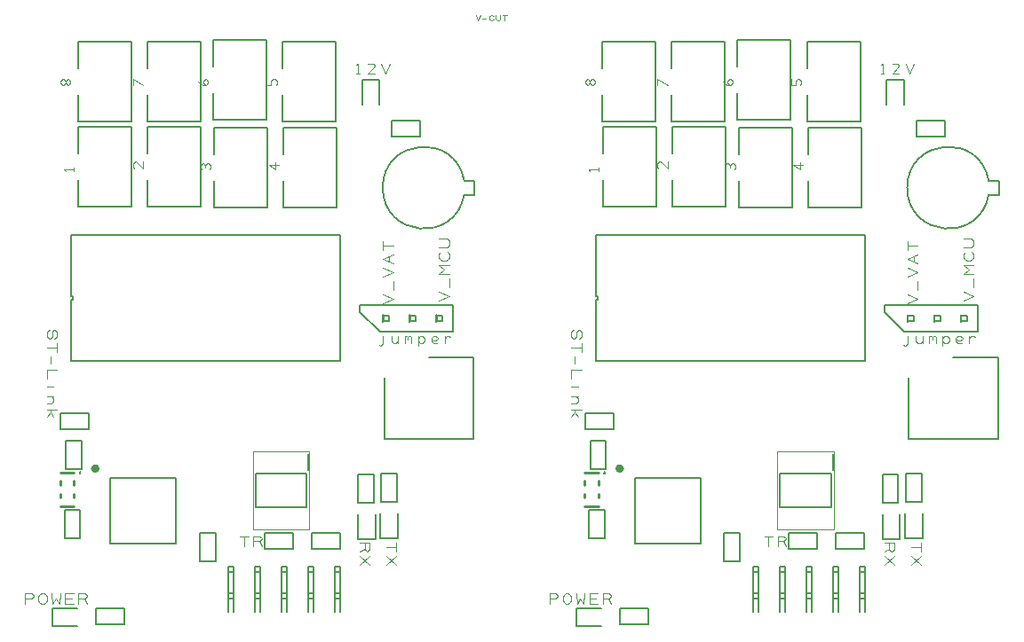
<source format=gto>
G04 EasyPC Gerber Version 21.0.3 Build 4286 *
G04 #@! TF.Part,Single*
G04 #@! TF.FileFunction,Legend,Top *
G04 #@! TF.FilePolarity,Positive *
%FSLAX45Y45*%
%MOIN*%
%ADD125C,0.00100*%
%ADD98C,0.00197*%
%ADD117C,0.00472*%
%ADD10C,0.00500*%
%ADD75C,0.00787*%
%ADD11C,0.01000*%
G04 #@! TA.AperFunction,ViaPad*
%ADD106C,0.01575*%
X0Y0D02*
D02*
D10*
X48630Y99775D02*
Y89114D01*
X54567*
Y99775*
X48630*
X50705Y177117D02*
X151705D01*
Y129817*
X50705*
Y152842*
X51330*
Y154092*
X50705*
Y177117*
X53134Y229851D02*
Y219851D01*
X73134*
Y249851*
X53134*
Y239851*
X53429Y197600D02*
Y187600D01*
X73429*
Y217600*
X53429*
Y207600*
X54085Y63126D02*
Y73788D01*
X48148*
Y63126*
X54085*
X57411Y109930D02*
X46750D01*
Y103993*
X57411*
Y109930*
X59811Y30669D02*
X70472D01*
Y36606*
X59811*
Y30669*
X79156Y229851D02*
Y219851D01*
X99156*
Y249851*
X79156*
Y239851*
X79335Y197644D02*
Y187644D01*
X99335*
Y217644*
X79335*
Y207644*
X98876Y64927D02*
Y54265D01*
X104813*
Y64927*
X98876*
X103862Y230226D02*
Y220226D01*
X123862*
Y250226*
X103862*
Y240226*
X104256Y197519D02*
Y187519D01*
X124256*
Y217519*
X104256*
Y207519*
X109738Y35289D02*
Y40329D01*
Y42297D02*
Y35289D01*
Y42297D02*
Y40329D01*
X111706*
Y42297*
X109738*
Y50329D02*
Y35289D01*
Y52297D02*
Y50329D01*
X111706*
Y52297*
X109738*
X111706Y35289D02*
Y40329D01*
Y42297D02*
Y35289D01*
Y50329D02*
Y35289D01*
X119738D02*
Y40329D01*
Y42297D02*
Y35289D01*
Y42297D02*
Y40329D01*
X121706*
Y42297*
X119738*
Y50329D02*
Y35289D01*
Y52297D02*
Y50329D01*
X121706*
Y52297*
X119738*
X121706Y35289D02*
Y40329D01*
Y42297D02*
Y35289D01*
Y50329D02*
Y35289D01*
X123217Y59012D02*
X133878D01*
Y64949*
X123217*
Y59012*
X129738Y35289D02*
Y40329D01*
Y42297D02*
Y35289D01*
Y42297D02*
Y40329D01*
X131706*
Y42297*
X129738*
Y50329D02*
Y35289D01*
Y52297D02*
Y50329D01*
X131707*
Y52297*
X129738*
X130075Y229726D02*
Y219726D01*
X150075*
Y249726*
X130075*
Y239726*
X130260Y197394D02*
Y187394D01*
X150260*
Y217394*
X130260*
Y207394*
X131706Y35289D02*
Y40329D01*
Y42297D02*
Y35289D01*
Y52297D02*
Y35289D01*
X139738D02*
Y40329D01*
Y42297D02*
Y35289D01*
Y42297D02*
Y40329D01*
X141707*
Y42297*
X139738*
Y50329D02*
Y35289D01*
Y52297D02*
Y50329D01*
X141707*
Y52297*
X139738*
X140815Y58933D02*
X151476D01*
Y64870*
X140815*
Y58933*
X141707Y35289D02*
Y40329D01*
Y42297D02*
Y35289D01*
Y50329D02*
Y35289D01*
X149738D02*
Y40329D01*
Y42297D02*
Y35289D01*
Y42297D02*
Y40329D01*
X151707*
Y42297*
X149738*
Y50329D02*
Y35289D01*
Y52297D02*
Y50329D01*
X151707*
Y52297*
X149738*
X151707Y35289D02*
Y40329D01*
Y42297D02*
Y35289D01*
Y52297D02*
Y35289D01*
X164242Y76453D02*
Y87115D01*
X158305*
Y76453*
X164242*
X167637Y144407D02*
X167834Y144604D01*
Y146730*
X167637Y146927*
Y144407*
X167834Y144604D02*
X169960D01*
Y146730*
X167834*
X171041Y213973D02*
X181703D01*
Y219910*
X171041*
Y213973*
X172943Y76798D02*
Y87459D01*
X167006*
Y76798*
X172943*
X177637Y144407D02*
X177834Y144604D01*
Y146730*
X177637Y146927*
Y144407*
X177834Y144604D02*
X179960D01*
Y146730*
X177834*
X187637Y144407D02*
X187834Y144604D01*
Y146730*
X187637Y146927*
Y144407*
X187834Y144604D02*
X189960D01*
Y146730*
X187834*
X191431Y140622D02*
X166431D01*
X158931Y148122*
Y150622*
X193931*
Y140622*
X191431*
X198134Y197480D02*
G75*
G03Y192131I-15167J-2674D01*
G01*
X202071*
Y197480*
X198134*
X245481Y99775D02*
Y89114D01*
X251418*
Y99775*
X245481*
X247555Y177117D02*
X348555D01*
Y129817*
X247555*
Y152842*
X248180*
Y154092*
X247555*
Y177117*
X249984Y229851D02*
Y219851D01*
X269984*
Y249851*
X249984*
Y239851*
X250280Y197600D02*
Y187600D01*
X270280*
Y217600*
X250280*
Y207600*
X250935Y63126D02*
Y73788D01*
X244998*
Y63126*
X250935*
X254262Y109930D02*
X243600D01*
Y103993*
X254262*
Y109930*
X256661Y30669D02*
X267323D01*
Y36606*
X256661*
Y30669*
X276006Y229851D02*
Y219851D01*
X296006*
Y249851*
X276006*
Y239851*
X276185Y197644D02*
Y187644D01*
X296185*
Y217644*
X276185*
Y207644*
X295726Y64927D02*
Y54265D01*
X301663*
Y64927*
X295726*
X300713Y230226D02*
Y220226D01*
X320713*
Y250226*
X300713*
Y240226*
X301106Y197519D02*
Y187519D01*
X321106*
Y217519*
X301106*
Y207519*
X306588Y35289D02*
Y40329D01*
Y42297D02*
Y35289D01*
Y42297D02*
Y40329D01*
X308557*
Y42297*
X306588*
Y50329D02*
Y35289D01*
Y52297D02*
Y50329D01*
X308557*
Y52297*
X306588*
X308557Y35289D02*
Y40329D01*
Y42297D02*
Y35289D01*
Y50329D02*
Y35289D01*
X316588D02*
Y40329D01*
Y42297D02*
Y35289D01*
Y42297D02*
Y40329D01*
X318557*
Y42297*
X316588*
Y50329D02*
Y35289D01*
Y52297D02*
Y50329D01*
X318557*
Y52297*
X316588*
X318557Y35289D02*
Y40329D01*
Y42297D02*
Y35289D01*
Y50329D02*
Y35289D01*
X320067Y59012D02*
X330728D01*
Y64949*
X320067*
Y59012*
X326588Y35289D02*
Y40329D01*
Y42297D02*
Y35289D01*
Y42297D02*
Y40329D01*
X328557*
Y42297*
X326588*
Y50329D02*
Y35289D01*
Y52297D02*
Y50329D01*
X328557*
Y52297*
X326588*
X326926Y229726D02*
Y219726D01*
X346926*
Y249726*
X326926*
Y239726*
X327110Y197394D02*
Y187394D01*
X347110*
Y217394*
X327110*
Y207394*
X328557Y35289D02*
Y40329D01*
Y42297D02*
Y35289D01*
Y52297D02*
Y35289D01*
X336589D02*
Y40329D01*
Y42297D02*
Y35289D01*
Y42297D02*
Y40329D01*
X338557*
Y42297*
X336589*
Y50329D02*
Y35289D01*
Y52297D02*
Y50329D01*
X338557*
Y52297*
X336589*
X337665Y58933D02*
X348327D01*
Y64870*
X337665*
Y58933*
X338557Y35289D02*
Y40329D01*
Y42297D02*
Y35289D01*
Y50329D02*
Y35289D01*
X346589D02*
Y40329D01*
Y42297D02*
Y35289D01*
Y42297D02*
Y40329D01*
X348557*
Y42297*
X346589*
Y50329D02*
Y35289D01*
Y52297D02*
Y50329D01*
X348557*
Y52297*
X346589*
X348557Y35289D02*
Y40329D01*
Y42297D02*
Y35289D01*
Y52297D02*
Y35289D01*
X361093Y76453D02*
Y87115D01*
X355156*
Y76453*
X361093*
X364487Y144407D02*
X364684Y144604D01*
Y146730*
X364487Y146927*
Y144407*
X364684Y144604D02*
X366810D01*
Y146730*
X364684*
X367892Y213973D02*
X378553D01*
Y219910*
X367892*
Y213973*
X369793Y76798D02*
Y87459D01*
X363856*
Y76798*
X369793*
X374487Y144407D02*
X374684Y144604D01*
Y146730*
X374487Y146927*
Y144407*
X374684Y144604D02*
X376810D01*
Y146730*
X374684*
X384487Y144407D02*
X384684Y144604D01*
Y146730*
X384487Y146927*
Y144407*
X384684Y144604D02*
X386810D01*
Y146730*
X384684*
X388281Y140622D02*
X363281D01*
X355781Y148122*
Y150622*
X390781*
Y140622*
X388281*
X394985Y197480D02*
G75*
G03Y192131I-15167J-2674D01*
G01*
X398922*
Y197480*
X394985*
D02*
D11*
X46544Y79823D02*
Y78331D01*
Y84548D02*
Y83056D01*
Y87764D02*
X51662D01*
Y75166D02*
X46544D01*
X51662Y79823D02*
Y78331D01*
Y84642D02*
Y83150D01*
X53937Y87421D02*
G75*
G02Y87784J181D01*
G01*
X243394Y79823D02*
Y78331D01*
Y84548D02*
Y83056D01*
Y87764D02*
X248512D01*
Y75166D02*
X243394D01*
X248512Y79823D02*
Y78331D01*
Y84642D02*
Y83150D01*
X250788Y87421D02*
G75*
G02Y87784J181D01*
G01*
D02*
D75*
X52809Y36664D02*
X43459D01*
Y30168*
X52809*
X65287Y85851D02*
X90090D01*
Y61048*
X65287*
Y85851*
X139069Y87365D02*
Y74766D01*
X119778*
Y87365*
X139069*
X139581Y94648D02*
Y88743D01*
X158281Y72109D02*
Y62758D01*
X164778*
Y72109*
X166313Y226006D02*
Y235357D01*
X159817*
Y226006*
X166756Y72246D02*
Y62896D01*
X173252*
Y72246*
X168173Y123496D02*
Y100229D01*
X201638*
Y131174*
X184906*
X249659Y36664D02*
X240309D01*
Y30168*
X249659*
X262137Y85851D02*
X286940D01*
Y61048*
X262137*
Y85851*
X335919Y87365D02*
Y74766D01*
X316628*
Y87365*
X335919*
X336431Y94648D02*
Y88743D01*
X355132Y72109D02*
Y62758D01*
X361628*
Y72109*
X363163Y226006D02*
Y235357D01*
X356667*
Y226006*
X363606Y72246D02*
Y62896D01*
X370102*
Y72246*
X365024Y123496D02*
Y100229D01*
X398488*
Y131174*
X381756*
D02*
D98*
X140053Y95632D02*
Y66498D01*
X118793*
Y95632*
X140053*
X336904D02*
Y66498D01*
X315644*
Y95632*
X336904*
D02*
D106*
X60464Y89197D02*
G75*
G02X58889I-787D01*
G01*
X60464D02*
G75*
G02X58889I-787D01*
G01*
G75*
G02X60464I787*
G01*
X257314D02*
G75*
G02X255739I-787D01*
G01*
X257314D02*
G75*
G02X255739I-787D01*
G01*
G75*
G02X257314I787*
G01*
D02*
D117*
X33321Y38479D02*
Y42229D01*
X35508*
X36133Y41917*
X36446Y41292*
X36133Y40667*
X35508Y40354*
X33321*
X38321Y39729D02*
Y40979D01*
X38633Y41604*
X38946Y41917*
X39571Y42229*
X40196*
X40821Y41917*
X41133Y41604*
X41446Y40979*
Y39729*
X41133Y39104*
X40821Y38792*
X40196Y38479*
X39571*
X38946Y38792*
X38633Y39104*
X38321Y39729*
X43321Y42229D02*
X43633Y38479D01*
X44883Y40354*
X46133Y38479*
X46446Y42229*
X48321Y38479D02*
Y42229D01*
X51446*
X50821Y40354D02*
X48321D01*
Y38479D02*
X51446D01*
X53321D02*
Y42229D01*
X55508*
X56133Y41917*
X56446Y41292*
X56133Y40667*
X55508Y40354*
X53321*
X55508D02*
X56446Y38479D01*
X42499Y141302D02*
X41874Y140989D01*
X41561Y140364*
Y139114*
X41874Y138489*
X42499Y138176*
X43124Y138489*
X43437Y139114*
Y140364*
X43749Y140989*
X44374Y141302*
X44999Y140989*
X45311Y140364*
Y139114*
X44999Y138489*
X44374Y138176*
X41561Y134739D02*
X45311D01*
Y136302D02*
Y133176D01*
X42811Y131302D02*
Y128802D01*
X45311Y126302D02*
X41561D01*
Y123176*
Y120052D02*
X44061D01*
X44999D02*
X41561Y116302*
X44061D01*
X43124D02*
X43749Y115989D01*
X44061Y115364*
Y114739*
X43749Y114114*
X43124Y113802*
X41561*
Y111302D02*
X45311D01*
X42811D02*
Y110364D01*
X44061Y108802*
X42811Y110364D02*
X41561Y108802D01*
X48530Y234227D02*
Y234852D01*
X48217Y235477*
X47593Y235789*
X46967Y235477*
X46655Y234852*
Y234227*
X46967Y233602*
X47593Y233289*
X48217Y233602*
X48530Y234227*
X48843Y233602*
X49467Y233289*
X50093Y233602*
X50405Y234227*
Y234852*
X50093Y235477*
X49467Y235789*
X48843Y235477*
X48530Y234852*
X51694Y201139D02*
Y202389D01*
Y201764D02*
X47944D01*
X48569Y201139*
X77590Y204589D02*
Y202089D01*
X75402Y204276*
X74778Y204589*
X74152Y204276*
X73840Y203651*
Y202714*
X74152Y202089*
X77590Y233289D02*
X73840Y235789D01*
Y233289*
X101131D02*
X100506Y233602D01*
X100193Y234227*
Y234852*
X100506Y235477*
X101131Y235789*
X101756Y235477*
X102069Y234852*
Y234227*
X101756Y233602*
X101131Y233289*
X100193*
X99256Y233602*
X98631Y234227*
X98319Y234852*
X102612Y201683D02*
X102925Y202307D01*
Y202933*
X102612Y203557*
X101987Y203870*
X101362Y203557*
X101050Y202933*
Y202307*
Y202933D02*
X100737Y203557D01*
X100112Y203870*
X99487Y203557*
X99175Y202933*
Y202307*
X99487Y201683*
X115553Y60074D02*
Y63824D01*
X113990D02*
X117115D01*
X118990Y60074D02*
Y63824D01*
X121178*
X121803Y63511*
X122115Y62886*
X121803Y62261*
X121178Y61949*
X118990*
X121178D02*
X122115Y60074D01*
X127514Y233289D02*
X127826Y233915D01*
Y234852*
X127514Y235477*
X126889Y235789*
X126576*
X125951Y235477*
X125639Y234852*
Y233289*
X124076*
Y235789*
X128545Y203356D02*
X124795D01*
X127295Y201793*
Y204293*
X157627Y237761D02*
X158877D01*
X158252D02*
Y241511D01*
X157627Y240886*
X164502Y237761D02*
X162002D01*
X164189Y239948*
X164502Y240573*
X164189Y241198*
X163565Y241511*
X162627*
X162002Y241198*
X167002Y241511D02*
X168565Y237761D01*
X170127Y241511*
X158943Y61282D02*
X162693D01*
Y59094*
X162381Y58469*
X161756Y58157*
X161131Y58469*
X160819Y59094*
Y61282*
Y59094D02*
X158943Y58157D01*
Y56282D02*
X162693Y53157D01*
Y56282D02*
X158943Y53157D01*
X166104Y135758D02*
X166729Y135445D01*
X167354Y135758*
X167667Y136383*
Y138883*
Y139820D02*
X170791Y138883*
Y137320D01*
X171104Y136695*
X171729Y136383*
X172354*
X172979Y136695*
X173291Y137320*
Y138883D02*
Y136383D01*
X175791D02*
Y138883D01*
Y138570D02*
X176104Y138883D01*
X176729*
X177041Y138570*
Y137633*
Y138570D02*
X177354Y138883D01*
X177979*
X178291Y138570*
Y136383*
X180791Y138883D02*
Y135445D01*
Y137320D02*
X181104Y136695D01*
X181729Y136383*
X182354*
X182979Y136695*
X183291Y137320*
Y137945*
X182979Y138570*
X182354Y138883*
X181729*
X181104Y138570*
X180791Y137945*
Y137320*
X188291Y136695D02*
X187979Y136383D01*
X187354*
X186729*
X186104Y136695*
X185791Y137320*
Y138258*
X186104Y138570*
X186729Y138883*
X187354*
X187979Y138570*
X188291Y138258*
Y137945*
X187979Y137633*
X187354Y137320*
X186729*
X186104Y137633*
X185791Y137945*
X190791Y136383D02*
Y138883D01*
Y137945D02*
X191104Y138570D01*
X191729Y138883*
X192354*
X192979Y138570*
X169012Y59709D02*
X172762D01*
Y61272D02*
Y58147D01*
X169012Y56272D02*
X172762Y53147D01*
Y56272D02*
X169012Y53147D01*
X167757Y151469D02*
X171507Y153031D01*
X167757Y154594*
X171507Y156469D02*
Y159594D01*
X167757Y161469D02*
X171507Y163031D01*
X167757Y164594*
X171507Y166469D02*
X167757Y168031D01*
X171507Y169594*
X169945Y167094D02*
Y168969D01*
X171507Y173031D02*
X167757D01*
Y171469D02*
Y174594D01*
X188732Y152443D02*
X192482Y154006D01*
X188732Y155569*
X192482Y157443D02*
Y160569D01*
Y162443D02*
X188732D01*
X190607Y164006*
X188732Y165569*
X192482*
X191857Y170569D02*
X192169Y170256D01*
X192482Y169631*
Y168693*
X192169Y168069*
X191857Y167756*
X191232Y167443*
X189982*
X189357Y167756*
X189044Y168069*
X188732Y168693*
Y169631*
X189044Y170256*
X189357Y170569*
X188732Y172443D02*
X191544D01*
X192169Y172756*
X192482Y173381*
Y174631*
X192169Y175256*
X191544Y175569*
X188732*
X230171Y38479D02*
Y42229D01*
X232359*
X232984Y41917*
X233296Y41292*
X232984Y40667*
X232359Y40354*
X230171*
X235171Y39729D02*
Y40979D01*
X235484Y41604*
X235796Y41917*
X236421Y42229*
X237046*
X237671Y41917*
X237984Y41604*
X238296Y40979*
Y39729*
X237984Y39104*
X237671Y38792*
X237046Y38479*
X236421*
X235796Y38792*
X235484Y39104*
X235171Y39729*
X240171Y42229D02*
X240484Y38479D01*
X241734Y40354*
X242984Y38479*
X243296Y42229*
X245171Y38479D02*
Y42229D01*
X248296*
X247671Y40354D02*
X245171D01*
Y38479D02*
X248296D01*
X250171D02*
Y42229D01*
X252359*
X252984Y41917*
X253296Y41292*
X252984Y40667*
X252359Y40354*
X250171*
X252359D02*
X253296Y38479D01*
X239350Y141302D02*
X238724Y140989D01*
X238412Y140364*
Y139114*
X238724Y138489*
X239350Y138176*
X239974Y138489*
X240287Y139114*
Y140364*
X240600Y140989*
X241224Y141302*
X241850Y140989*
X242162Y140364*
Y139114*
X241850Y138489*
X241224Y138176*
X238412Y134739D02*
X242162D01*
Y136302D02*
Y133176D01*
X239662Y131302D02*
Y128802D01*
X242162Y126302D02*
X238412D01*
Y123176*
Y120052D02*
X240912D01*
X241850D02*
X238412Y116302*
X240912D01*
X239974D02*
X240600Y115989D01*
X240912Y115364*
Y114739*
X240600Y114114*
X239974Y113802*
X238412*
Y111302D02*
X242162D01*
X239662D02*
Y110364D01*
X240912Y108802*
X239662Y110364D02*
X238412Y108802D01*
X245380Y234227D02*
Y234852D01*
X245068Y235477*
X244443Y235789*
X243818Y235477*
X243506Y234852*
Y234227*
X243818Y233602*
X244443Y233289*
X245068Y233602*
X245380Y234227*
X245693Y233602*
X246318Y233289*
X246943Y233602*
X247256Y234227*
Y234852*
X246943Y235477*
X246318Y235789*
X245693Y235477*
X245380Y234852*
X248545Y201139D02*
Y202389D01*
Y201764D02*
X244795D01*
X245420Y201139*
X274441Y204589D02*
Y202089D01*
X272253Y204276*
X271628Y204589*
X271003Y204276*
X270691Y203651*
Y202714*
X271003Y202089*
X274441Y233289D02*
X270691Y235789D01*
Y233289*
X297981D02*
X297356Y233602D01*
X297044Y234227*
Y234852*
X297356Y235477*
X297981Y235789*
X298606Y235477*
X298919Y234852*
Y234227*
X298606Y233602*
X297981Y233289*
X297044*
X296106Y233602*
X295481Y234227*
X295169Y234852*
X299463Y201683D02*
X299775Y202307D01*
Y202933*
X299463Y203557*
X298837Y203870*
X298213Y203557*
X297900Y202933*
Y202307*
Y202933D02*
X297587Y203557D01*
X296963Y203870*
X296337Y203557*
X296025Y202933*
Y202307*
X296337Y201683*
X312403Y60074D02*
Y63824D01*
X310841D02*
X313966D01*
X315841Y60074D02*
Y63824D01*
X318028*
X318653Y63511*
X318966Y62886*
X318653Y62261*
X318028Y61949*
X315841*
X318028D02*
X318966Y60074D01*
X324364Y233289D02*
X324677Y233915D01*
Y234852*
X324364Y235477*
X323739Y235789*
X323427*
X322802Y235477*
X322489Y234852*
Y233289*
X320927*
Y235789*
X325395Y203356D02*
X321645D01*
X324145Y201793*
Y204293*
X354478Y237761D02*
X355728D01*
X355102D02*
Y241511D01*
X354478Y240886*
X361352Y237761D02*
X358852D01*
X361040Y239948*
X361352Y240573*
X361040Y241198*
X360415Y241511*
X359478*
X358852Y241198*
X363852Y241511D02*
X365415Y237761D01*
X366978Y241511*
X355794Y61282D02*
X359544D01*
Y59094*
X359231Y58469*
X358606Y58157*
X357981Y58469*
X357669Y59094*
Y61282*
Y59094D02*
X355794Y58157D01*
Y56282D02*
X359544Y53157D01*
Y56282D02*
X355794Y53157D01*
X362954Y135758D02*
X363579Y135445D01*
X364204Y135758*
X364517Y136383*
Y138883*
Y139820D02*
X367642Y138883*
Y137320D01*
X367954Y136695*
X368579Y136383*
X369204*
X369829Y136695*
X370142Y137320*
Y138883D02*
Y136383D01*
X372642D02*
Y138883D01*
Y138570D02*
X372954Y138883D01*
X373579*
X373892Y138570*
Y137633*
Y138570D02*
X374204Y138883D01*
X374829*
X375142Y138570*
Y136383*
X377642Y138883D02*
Y135445D01*
Y137320D02*
X377954Y136695D01*
X378579Y136383*
X379204*
X379829Y136695*
X380142Y137320*
Y137945*
X379829Y138570*
X379204Y138883*
X378579*
X377954Y138570*
X377642Y137945*
Y137320*
X385142Y136695D02*
X384829Y136383D01*
X384204*
X383579*
X382954Y136695*
X382642Y137320*
Y138258*
X382954Y138570*
X383579Y138883*
X384204*
X384829Y138570*
X385142Y138258*
Y137945*
X384829Y137633*
X384204Y137320*
X383579*
X382954Y137633*
X382642Y137945*
X387642Y136383D02*
Y138883D01*
Y137945D02*
X387954Y138570D01*
X388579Y138883*
X389204*
X389829Y138570*
X365863Y59709D02*
X369613D01*
Y61272D02*
Y58147D01*
X365863Y56272D02*
X369613Y53147D01*
Y56272D02*
X365863Y53147D01*
X364608Y151469D02*
X368358Y153031D01*
X364608Y154594*
X368358Y156469D02*
Y159594D01*
X364608Y161469D02*
X368358Y163031D01*
X364608Y164594*
X368358Y166469D02*
X364608Y168031D01*
X368358Y169594*
X366795Y167094D02*
Y168969D01*
X368358Y173031D02*
X364608D01*
Y171469D02*
Y174594D01*
X385582Y152443D02*
X389332Y154006D01*
X385582Y155569*
X389332Y157443D02*
Y160569D01*
Y162443D02*
X385582D01*
X387457Y164006*
X385582Y165569*
X389332*
X388707Y170569D02*
X389020Y170256D01*
X389332Y169631*
Y168693*
X389020Y168069*
X388707Y167756*
X388082Y167443*
X386832*
X386207Y167756*
X385894Y168069*
X385582Y168693*
Y169631*
X385894Y170256*
X386207Y170569*
X385582Y172443D02*
X388394D01*
X389020Y172756*
X389332Y173381*
Y174631*
X389020Y175256*
X388394Y175569*
X385582*
D02*
D125*
X202584Y259664D02*
X203365Y257789D01*
X204146Y259664*
X205084Y258414D02*
X206334D01*
X209146Y258102D02*
X208990Y257946D01*
X208678Y257789*
X208209*
X207896Y257946*
X207740Y258102*
X207584Y258414*
Y259039*
X207740Y259352*
X207896Y259508*
X208209Y259664*
X208678*
X208990Y259508*
X209146Y259352*
X210084Y259664D02*
Y258258D01*
X210240Y257946*
X210553Y257789*
X211178*
X211490Y257946*
X211646Y258258*
Y259664*
X213365Y257789D02*
Y259664D01*
X212584D02*
X214146D01*
X0Y0D02*
M02*

</source>
